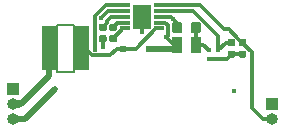
<source format=gbr>
G04 #@! TF.GenerationSoftware,KiCad,Pcbnew,(5.1.4)-1*
G04 #@! TF.CreationDate,2020-07-30T17:55:38-07:00*
G04 #@! TF.ProjectId,Kicad LED Rings,4b696361-6420-44c4-9544-2052696e6773,rev?*
G04 #@! TF.SameCoordinates,Original*
G04 #@! TF.FileFunction,Copper,L1,Top*
G04 #@! TF.FilePolarity,Positive*
%FSLAX46Y46*%
G04 Gerber Fmt 4.6, Leading zero omitted, Abs format (unit mm)*
G04 Created by KiCad (PCBNEW (5.1.4)-1) date 2020-07-30 17:55:38*
%MOMM*%
%LPD*%
G04 APERTURE LIST*
%ADD10C,0.152400*%
%ADD11R,1.193800X3.708400*%
%ADD12C,0.100000*%
%ADD13C,0.590000*%
%ADD14R,1.600200X2.006600*%
%ADD15R,0.812800X0.304800*%
%ADD16R,0.500000X0.500000*%
%ADD17R,1.000000X1.000000*%
%ADD18O,1.000000X1.000000*%
%ADD19C,0.875000*%
%ADD20R,0.930000X1.320000*%
%ADD21C,0.450000*%
%ADD22C,0.635000*%
%ADD23C,0.508000*%
%ADD24C,0.304800*%
G04 APERTURE END LIST*
D10*
X102379780Y-71828660D02*
X102379780Y-67840860D01*
X103878380Y-71828660D02*
X102379780Y-71828660D01*
X103878380Y-67840860D02*
X103878380Y-71828660D01*
X102379780Y-67840860D02*
X103878380Y-67840860D01*
D11*
X104526080Y-69834760D03*
X101732080Y-69834760D03*
D12*
G36*
X117374938Y-70025470D02*
G01*
X117389256Y-70027594D01*
X117403297Y-70031111D01*
X117416926Y-70035988D01*
X117430011Y-70042177D01*
X117442427Y-70049618D01*
X117454053Y-70058241D01*
X117464778Y-70067962D01*
X117474499Y-70078687D01*
X117483122Y-70090313D01*
X117490563Y-70102729D01*
X117496752Y-70115814D01*
X117501629Y-70129443D01*
X117505146Y-70143484D01*
X117507270Y-70157802D01*
X117507980Y-70172260D01*
X117507980Y-70467260D01*
X117507270Y-70481718D01*
X117505146Y-70496036D01*
X117501629Y-70510077D01*
X117496752Y-70523706D01*
X117490563Y-70536791D01*
X117483122Y-70549207D01*
X117474499Y-70560833D01*
X117464778Y-70571558D01*
X117454053Y-70581279D01*
X117442427Y-70589902D01*
X117430011Y-70597343D01*
X117416926Y-70603532D01*
X117403297Y-70608409D01*
X117389256Y-70611926D01*
X117374938Y-70614050D01*
X117360480Y-70614760D01*
X117015480Y-70614760D01*
X117001022Y-70614050D01*
X116986704Y-70611926D01*
X116972663Y-70608409D01*
X116959034Y-70603532D01*
X116945949Y-70597343D01*
X116933533Y-70589902D01*
X116921907Y-70581279D01*
X116911182Y-70571558D01*
X116901461Y-70560833D01*
X116892838Y-70549207D01*
X116885397Y-70536791D01*
X116879208Y-70523706D01*
X116874331Y-70510077D01*
X116870814Y-70496036D01*
X116868690Y-70481718D01*
X116867980Y-70467260D01*
X116867980Y-70172260D01*
X116868690Y-70157802D01*
X116870814Y-70143484D01*
X116874331Y-70129443D01*
X116879208Y-70115814D01*
X116885397Y-70102729D01*
X116892838Y-70090313D01*
X116901461Y-70078687D01*
X116911182Y-70067962D01*
X116921907Y-70058241D01*
X116933533Y-70049618D01*
X116945949Y-70042177D01*
X116959034Y-70035988D01*
X116972663Y-70031111D01*
X116986704Y-70027594D01*
X117001022Y-70025470D01*
X117015480Y-70024760D01*
X117360480Y-70024760D01*
X117374938Y-70025470D01*
X117374938Y-70025470D01*
G37*
D13*
X117187980Y-70319760D03*
D12*
G36*
X117374938Y-69055470D02*
G01*
X117389256Y-69057594D01*
X117403297Y-69061111D01*
X117416926Y-69065988D01*
X117430011Y-69072177D01*
X117442427Y-69079618D01*
X117454053Y-69088241D01*
X117464778Y-69097962D01*
X117474499Y-69108687D01*
X117483122Y-69120313D01*
X117490563Y-69132729D01*
X117496752Y-69145814D01*
X117501629Y-69159443D01*
X117505146Y-69173484D01*
X117507270Y-69187802D01*
X117507980Y-69202260D01*
X117507980Y-69497260D01*
X117507270Y-69511718D01*
X117505146Y-69526036D01*
X117501629Y-69540077D01*
X117496752Y-69553706D01*
X117490563Y-69566791D01*
X117483122Y-69579207D01*
X117474499Y-69590833D01*
X117464778Y-69601558D01*
X117454053Y-69611279D01*
X117442427Y-69619902D01*
X117430011Y-69627343D01*
X117416926Y-69633532D01*
X117403297Y-69638409D01*
X117389256Y-69641926D01*
X117374938Y-69644050D01*
X117360480Y-69644760D01*
X117015480Y-69644760D01*
X117001022Y-69644050D01*
X116986704Y-69641926D01*
X116972663Y-69638409D01*
X116959034Y-69633532D01*
X116945949Y-69627343D01*
X116933533Y-69619902D01*
X116921907Y-69611279D01*
X116911182Y-69601558D01*
X116901461Y-69590833D01*
X116892838Y-69579207D01*
X116885397Y-69566791D01*
X116879208Y-69553706D01*
X116874331Y-69540077D01*
X116870814Y-69526036D01*
X116868690Y-69511718D01*
X116867980Y-69497260D01*
X116867980Y-69202260D01*
X116868690Y-69187802D01*
X116870814Y-69173484D01*
X116874331Y-69159443D01*
X116879208Y-69145814D01*
X116885397Y-69132729D01*
X116892838Y-69120313D01*
X116901461Y-69108687D01*
X116911182Y-69097962D01*
X116921907Y-69088241D01*
X116933533Y-69079618D01*
X116945949Y-69072177D01*
X116959034Y-69065988D01*
X116972663Y-69061111D01*
X116986704Y-69057594D01*
X117001022Y-69055470D01*
X117015480Y-69054760D01*
X117360480Y-69054760D01*
X117374938Y-69055470D01*
X117374938Y-69055470D01*
G37*
D13*
X117187980Y-69349760D03*
D12*
G36*
X107341938Y-68732610D02*
G01*
X107356256Y-68734734D01*
X107370297Y-68738251D01*
X107383926Y-68743128D01*
X107397011Y-68749317D01*
X107409427Y-68756758D01*
X107421053Y-68765381D01*
X107431778Y-68775102D01*
X107441499Y-68785827D01*
X107450122Y-68797453D01*
X107457563Y-68809869D01*
X107463752Y-68822954D01*
X107468629Y-68836583D01*
X107472146Y-68850624D01*
X107474270Y-68864942D01*
X107474980Y-68879400D01*
X107474980Y-69174400D01*
X107474270Y-69188858D01*
X107472146Y-69203176D01*
X107468629Y-69217217D01*
X107463752Y-69230846D01*
X107457563Y-69243931D01*
X107450122Y-69256347D01*
X107441499Y-69267973D01*
X107431778Y-69278698D01*
X107421053Y-69288419D01*
X107409427Y-69297042D01*
X107397011Y-69304483D01*
X107383926Y-69310672D01*
X107370297Y-69315549D01*
X107356256Y-69319066D01*
X107341938Y-69321190D01*
X107327480Y-69321900D01*
X106982480Y-69321900D01*
X106968022Y-69321190D01*
X106953704Y-69319066D01*
X106939663Y-69315549D01*
X106926034Y-69310672D01*
X106912949Y-69304483D01*
X106900533Y-69297042D01*
X106888907Y-69288419D01*
X106878182Y-69278698D01*
X106868461Y-69267973D01*
X106859838Y-69256347D01*
X106852397Y-69243931D01*
X106846208Y-69230846D01*
X106841331Y-69217217D01*
X106837814Y-69203176D01*
X106835690Y-69188858D01*
X106834980Y-69174400D01*
X106834980Y-68879400D01*
X106835690Y-68864942D01*
X106837814Y-68850624D01*
X106841331Y-68836583D01*
X106846208Y-68822954D01*
X106852397Y-68809869D01*
X106859838Y-68797453D01*
X106868461Y-68785827D01*
X106878182Y-68775102D01*
X106888907Y-68765381D01*
X106900533Y-68756758D01*
X106912949Y-68749317D01*
X106926034Y-68743128D01*
X106939663Y-68738251D01*
X106953704Y-68734734D01*
X106968022Y-68732610D01*
X106982480Y-68731900D01*
X107327480Y-68731900D01*
X107341938Y-68732610D01*
X107341938Y-68732610D01*
G37*
D13*
X107154980Y-69026900D03*
D12*
G36*
X107341938Y-67762610D02*
G01*
X107356256Y-67764734D01*
X107370297Y-67768251D01*
X107383926Y-67773128D01*
X107397011Y-67779317D01*
X107409427Y-67786758D01*
X107421053Y-67795381D01*
X107431778Y-67805102D01*
X107441499Y-67815827D01*
X107450122Y-67827453D01*
X107457563Y-67839869D01*
X107463752Y-67852954D01*
X107468629Y-67866583D01*
X107472146Y-67880624D01*
X107474270Y-67894942D01*
X107474980Y-67909400D01*
X107474980Y-68204400D01*
X107474270Y-68218858D01*
X107472146Y-68233176D01*
X107468629Y-68247217D01*
X107463752Y-68260846D01*
X107457563Y-68273931D01*
X107450122Y-68286347D01*
X107441499Y-68297973D01*
X107431778Y-68308698D01*
X107421053Y-68318419D01*
X107409427Y-68327042D01*
X107397011Y-68334483D01*
X107383926Y-68340672D01*
X107370297Y-68345549D01*
X107356256Y-68349066D01*
X107341938Y-68351190D01*
X107327480Y-68351900D01*
X106982480Y-68351900D01*
X106968022Y-68351190D01*
X106953704Y-68349066D01*
X106939663Y-68345549D01*
X106926034Y-68340672D01*
X106912949Y-68334483D01*
X106900533Y-68327042D01*
X106888907Y-68318419D01*
X106878182Y-68308698D01*
X106868461Y-68297973D01*
X106859838Y-68286347D01*
X106852397Y-68273931D01*
X106846208Y-68260846D01*
X106841331Y-68247217D01*
X106837814Y-68233176D01*
X106835690Y-68218858D01*
X106834980Y-68204400D01*
X106834980Y-67909400D01*
X106835690Y-67894942D01*
X106837814Y-67880624D01*
X106841331Y-67866583D01*
X106846208Y-67852954D01*
X106852397Y-67839869D01*
X106859838Y-67827453D01*
X106868461Y-67815827D01*
X106878182Y-67805102D01*
X106888907Y-67795381D01*
X106900533Y-67786758D01*
X106912949Y-67779317D01*
X106926034Y-67773128D01*
X106939663Y-67768251D01*
X106953704Y-67764734D01*
X106968022Y-67762610D01*
X106982480Y-67761900D01*
X107327480Y-67761900D01*
X107341938Y-67762610D01*
X107341938Y-67762610D01*
G37*
D13*
X107154980Y-68056900D03*
D12*
G36*
X106473258Y-68732610D02*
G01*
X106487576Y-68734734D01*
X106501617Y-68738251D01*
X106515246Y-68743128D01*
X106528331Y-68749317D01*
X106540747Y-68756758D01*
X106552373Y-68765381D01*
X106563098Y-68775102D01*
X106572819Y-68785827D01*
X106581442Y-68797453D01*
X106588883Y-68809869D01*
X106595072Y-68822954D01*
X106599949Y-68836583D01*
X106603466Y-68850624D01*
X106605590Y-68864942D01*
X106606300Y-68879400D01*
X106606300Y-69174400D01*
X106605590Y-69188858D01*
X106603466Y-69203176D01*
X106599949Y-69217217D01*
X106595072Y-69230846D01*
X106588883Y-69243931D01*
X106581442Y-69256347D01*
X106572819Y-69267973D01*
X106563098Y-69278698D01*
X106552373Y-69288419D01*
X106540747Y-69297042D01*
X106528331Y-69304483D01*
X106515246Y-69310672D01*
X106501617Y-69315549D01*
X106487576Y-69319066D01*
X106473258Y-69321190D01*
X106458800Y-69321900D01*
X106113800Y-69321900D01*
X106099342Y-69321190D01*
X106085024Y-69319066D01*
X106070983Y-69315549D01*
X106057354Y-69310672D01*
X106044269Y-69304483D01*
X106031853Y-69297042D01*
X106020227Y-69288419D01*
X106009502Y-69278698D01*
X105999781Y-69267973D01*
X105991158Y-69256347D01*
X105983717Y-69243931D01*
X105977528Y-69230846D01*
X105972651Y-69217217D01*
X105969134Y-69203176D01*
X105967010Y-69188858D01*
X105966300Y-69174400D01*
X105966300Y-68879400D01*
X105967010Y-68864942D01*
X105969134Y-68850624D01*
X105972651Y-68836583D01*
X105977528Y-68822954D01*
X105983717Y-68809869D01*
X105991158Y-68797453D01*
X105999781Y-68785827D01*
X106009502Y-68775102D01*
X106020227Y-68765381D01*
X106031853Y-68756758D01*
X106044269Y-68749317D01*
X106057354Y-68743128D01*
X106070983Y-68738251D01*
X106085024Y-68734734D01*
X106099342Y-68732610D01*
X106113800Y-68731900D01*
X106458800Y-68731900D01*
X106473258Y-68732610D01*
X106473258Y-68732610D01*
G37*
D13*
X106286300Y-69026900D03*
D12*
G36*
X106473258Y-67762610D02*
G01*
X106487576Y-67764734D01*
X106501617Y-67768251D01*
X106515246Y-67773128D01*
X106528331Y-67779317D01*
X106540747Y-67786758D01*
X106552373Y-67795381D01*
X106563098Y-67805102D01*
X106572819Y-67815827D01*
X106581442Y-67827453D01*
X106588883Y-67839869D01*
X106595072Y-67852954D01*
X106599949Y-67866583D01*
X106603466Y-67880624D01*
X106605590Y-67894942D01*
X106606300Y-67909400D01*
X106606300Y-68204400D01*
X106605590Y-68218858D01*
X106603466Y-68233176D01*
X106599949Y-68247217D01*
X106595072Y-68260846D01*
X106588883Y-68273931D01*
X106581442Y-68286347D01*
X106572819Y-68297973D01*
X106563098Y-68308698D01*
X106552373Y-68318419D01*
X106540747Y-68327042D01*
X106528331Y-68334483D01*
X106515246Y-68340672D01*
X106501617Y-68345549D01*
X106487576Y-68349066D01*
X106473258Y-68351190D01*
X106458800Y-68351900D01*
X106113800Y-68351900D01*
X106099342Y-68351190D01*
X106085024Y-68349066D01*
X106070983Y-68345549D01*
X106057354Y-68340672D01*
X106044269Y-68334483D01*
X106031853Y-68327042D01*
X106020227Y-68318419D01*
X106009502Y-68308698D01*
X105999781Y-68297973D01*
X105991158Y-68286347D01*
X105983717Y-68273931D01*
X105977528Y-68260846D01*
X105972651Y-68247217D01*
X105969134Y-68233176D01*
X105967010Y-68218858D01*
X105966300Y-68204400D01*
X105966300Y-67909400D01*
X105967010Y-67894942D01*
X105969134Y-67880624D01*
X105972651Y-67866583D01*
X105977528Y-67852954D01*
X105983717Y-67839869D01*
X105991158Y-67827453D01*
X105999781Y-67815827D01*
X106009502Y-67805102D01*
X106020227Y-67795381D01*
X106031853Y-67786758D01*
X106044269Y-67779317D01*
X106057354Y-67773128D01*
X106070983Y-67768251D01*
X106085024Y-67764734D01*
X106099342Y-67762610D01*
X106113800Y-67761900D01*
X106458800Y-67761900D01*
X106473258Y-67762610D01*
X106473258Y-67762610D01*
G37*
D13*
X106286300Y-68056900D03*
D14*
X109626400Y-67152520D03*
D15*
X111074200Y-66152519D03*
X111074200Y-66652521D03*
X111074200Y-67152520D03*
X111074200Y-67652519D03*
X111074200Y-68152521D03*
X108178600Y-68152521D03*
X108178600Y-67652519D03*
X108178600Y-67152520D03*
X108178600Y-66652521D03*
X108178600Y-66152519D03*
D16*
X108033640Y-69857620D03*
X110233640Y-69857620D03*
D12*
G36*
X118299498Y-69055470D02*
G01*
X118313816Y-69057594D01*
X118327857Y-69061111D01*
X118341486Y-69065988D01*
X118354571Y-69072177D01*
X118366987Y-69079618D01*
X118378613Y-69088241D01*
X118389338Y-69097962D01*
X118399059Y-69108687D01*
X118407682Y-69120313D01*
X118415123Y-69132729D01*
X118421312Y-69145814D01*
X118426189Y-69159443D01*
X118429706Y-69173484D01*
X118431830Y-69187802D01*
X118432540Y-69202260D01*
X118432540Y-69497260D01*
X118431830Y-69511718D01*
X118429706Y-69526036D01*
X118426189Y-69540077D01*
X118421312Y-69553706D01*
X118415123Y-69566791D01*
X118407682Y-69579207D01*
X118399059Y-69590833D01*
X118389338Y-69601558D01*
X118378613Y-69611279D01*
X118366987Y-69619902D01*
X118354571Y-69627343D01*
X118341486Y-69633532D01*
X118327857Y-69638409D01*
X118313816Y-69641926D01*
X118299498Y-69644050D01*
X118285040Y-69644760D01*
X117940040Y-69644760D01*
X117925582Y-69644050D01*
X117911264Y-69641926D01*
X117897223Y-69638409D01*
X117883594Y-69633532D01*
X117870509Y-69627343D01*
X117858093Y-69619902D01*
X117846467Y-69611279D01*
X117835742Y-69601558D01*
X117826021Y-69590833D01*
X117817398Y-69579207D01*
X117809957Y-69566791D01*
X117803768Y-69553706D01*
X117798891Y-69540077D01*
X117795374Y-69526036D01*
X117793250Y-69511718D01*
X117792540Y-69497260D01*
X117792540Y-69202260D01*
X117793250Y-69187802D01*
X117795374Y-69173484D01*
X117798891Y-69159443D01*
X117803768Y-69145814D01*
X117809957Y-69132729D01*
X117817398Y-69120313D01*
X117826021Y-69108687D01*
X117835742Y-69097962D01*
X117846467Y-69088241D01*
X117858093Y-69079618D01*
X117870509Y-69072177D01*
X117883594Y-69065988D01*
X117897223Y-69061111D01*
X117911264Y-69057594D01*
X117925582Y-69055470D01*
X117940040Y-69054760D01*
X118285040Y-69054760D01*
X118299498Y-69055470D01*
X118299498Y-69055470D01*
G37*
D13*
X118112540Y-69349760D03*
D12*
G36*
X118299498Y-70025470D02*
G01*
X118313816Y-70027594D01*
X118327857Y-70031111D01*
X118341486Y-70035988D01*
X118354571Y-70042177D01*
X118366987Y-70049618D01*
X118378613Y-70058241D01*
X118389338Y-70067962D01*
X118399059Y-70078687D01*
X118407682Y-70090313D01*
X118415123Y-70102729D01*
X118421312Y-70115814D01*
X118426189Y-70129443D01*
X118429706Y-70143484D01*
X118431830Y-70157802D01*
X118432540Y-70172260D01*
X118432540Y-70467260D01*
X118431830Y-70481718D01*
X118429706Y-70496036D01*
X118426189Y-70510077D01*
X118421312Y-70523706D01*
X118415123Y-70536791D01*
X118407682Y-70549207D01*
X118399059Y-70560833D01*
X118389338Y-70571558D01*
X118378613Y-70581279D01*
X118366987Y-70589902D01*
X118354571Y-70597343D01*
X118341486Y-70603532D01*
X118327857Y-70608409D01*
X118313816Y-70611926D01*
X118299498Y-70614050D01*
X118285040Y-70614760D01*
X117940040Y-70614760D01*
X117925582Y-70614050D01*
X117911264Y-70611926D01*
X117897223Y-70608409D01*
X117883594Y-70603532D01*
X117870509Y-70597343D01*
X117858093Y-70589902D01*
X117846467Y-70581279D01*
X117835742Y-70571558D01*
X117826021Y-70560833D01*
X117817398Y-70549207D01*
X117809957Y-70536791D01*
X117803768Y-70523706D01*
X117798891Y-70510077D01*
X117795374Y-70496036D01*
X117793250Y-70481718D01*
X117792540Y-70467260D01*
X117792540Y-70172260D01*
X117793250Y-70157802D01*
X117795374Y-70143484D01*
X117798891Y-70129443D01*
X117803768Y-70115814D01*
X117809957Y-70102729D01*
X117817398Y-70090313D01*
X117826021Y-70078687D01*
X117835742Y-70067962D01*
X117846467Y-70058241D01*
X117858093Y-70049618D01*
X117870509Y-70042177D01*
X117883594Y-70035988D01*
X117897223Y-70031111D01*
X117911264Y-70027594D01*
X117925582Y-70025470D01*
X117940040Y-70024760D01*
X118285040Y-70024760D01*
X118299498Y-70025470D01*
X118299498Y-70025470D01*
G37*
D13*
X118112540Y-70319760D03*
D17*
X98659680Y-73283900D03*
D18*
X98659680Y-74553900D03*
X98659680Y-75823900D03*
D17*
X120591580Y-74553420D03*
D18*
X120591580Y-75823420D03*
D12*
G36*
X114410851Y-67603133D02*
G01*
X114432086Y-67606283D01*
X114452910Y-67611499D01*
X114473122Y-67618731D01*
X114492528Y-67627910D01*
X114510941Y-67638946D01*
X114528184Y-67651734D01*
X114544090Y-67666150D01*
X114558506Y-67682056D01*
X114571294Y-67699299D01*
X114582330Y-67717712D01*
X114591509Y-67737118D01*
X114598741Y-67757330D01*
X114603957Y-67778154D01*
X114607107Y-67799389D01*
X114608160Y-67820830D01*
X114608160Y-68333330D01*
X114607107Y-68354771D01*
X114603957Y-68376006D01*
X114598741Y-68396830D01*
X114591509Y-68417042D01*
X114582330Y-68436448D01*
X114571294Y-68454861D01*
X114558506Y-68472104D01*
X114544090Y-68488010D01*
X114528184Y-68502426D01*
X114510941Y-68515214D01*
X114492528Y-68526250D01*
X114473122Y-68535429D01*
X114452910Y-68542661D01*
X114432086Y-68547877D01*
X114410851Y-68551027D01*
X114389410Y-68552080D01*
X113951910Y-68552080D01*
X113930469Y-68551027D01*
X113909234Y-68547877D01*
X113888410Y-68542661D01*
X113868198Y-68535429D01*
X113848792Y-68526250D01*
X113830379Y-68515214D01*
X113813136Y-68502426D01*
X113797230Y-68488010D01*
X113782814Y-68472104D01*
X113770026Y-68454861D01*
X113758990Y-68436448D01*
X113749811Y-68417042D01*
X113742579Y-68396830D01*
X113737363Y-68376006D01*
X113734213Y-68354771D01*
X113733160Y-68333330D01*
X113733160Y-67820830D01*
X113734213Y-67799389D01*
X113737363Y-67778154D01*
X113742579Y-67757330D01*
X113749811Y-67737118D01*
X113758990Y-67717712D01*
X113770026Y-67699299D01*
X113782814Y-67682056D01*
X113797230Y-67666150D01*
X113813136Y-67651734D01*
X113830379Y-67638946D01*
X113848792Y-67627910D01*
X113868198Y-67618731D01*
X113888410Y-67611499D01*
X113909234Y-67606283D01*
X113930469Y-67603133D01*
X113951910Y-67602080D01*
X114389410Y-67602080D01*
X114410851Y-67603133D01*
X114410851Y-67603133D01*
G37*
D19*
X114170660Y-68077080D03*
D12*
G36*
X112835851Y-67603133D02*
G01*
X112857086Y-67606283D01*
X112877910Y-67611499D01*
X112898122Y-67618731D01*
X112917528Y-67627910D01*
X112935941Y-67638946D01*
X112953184Y-67651734D01*
X112969090Y-67666150D01*
X112983506Y-67682056D01*
X112996294Y-67699299D01*
X113007330Y-67717712D01*
X113016509Y-67737118D01*
X113023741Y-67757330D01*
X113028957Y-67778154D01*
X113032107Y-67799389D01*
X113033160Y-67820830D01*
X113033160Y-68333330D01*
X113032107Y-68354771D01*
X113028957Y-68376006D01*
X113023741Y-68396830D01*
X113016509Y-68417042D01*
X113007330Y-68436448D01*
X112996294Y-68454861D01*
X112983506Y-68472104D01*
X112969090Y-68488010D01*
X112953184Y-68502426D01*
X112935941Y-68515214D01*
X112917528Y-68526250D01*
X112898122Y-68535429D01*
X112877910Y-68542661D01*
X112857086Y-68547877D01*
X112835851Y-68551027D01*
X112814410Y-68552080D01*
X112376910Y-68552080D01*
X112355469Y-68551027D01*
X112334234Y-68547877D01*
X112313410Y-68542661D01*
X112293198Y-68535429D01*
X112273792Y-68526250D01*
X112255379Y-68515214D01*
X112238136Y-68502426D01*
X112222230Y-68488010D01*
X112207814Y-68472104D01*
X112195026Y-68454861D01*
X112183990Y-68436448D01*
X112174811Y-68417042D01*
X112167579Y-68396830D01*
X112162363Y-68376006D01*
X112159213Y-68354771D01*
X112158160Y-68333330D01*
X112158160Y-67820830D01*
X112159213Y-67799389D01*
X112162363Y-67778154D01*
X112167579Y-67757330D01*
X112174811Y-67737118D01*
X112183990Y-67717712D01*
X112195026Y-67699299D01*
X112207814Y-67682056D01*
X112222230Y-67666150D01*
X112238136Y-67651734D01*
X112255379Y-67638946D01*
X112273792Y-67627910D01*
X112293198Y-67618731D01*
X112313410Y-67611499D01*
X112334234Y-67606283D01*
X112355469Y-67603133D01*
X112376910Y-67602080D01*
X112814410Y-67602080D01*
X112835851Y-67603133D01*
X112835851Y-67603133D01*
G37*
D19*
X112595660Y-68077080D03*
D20*
X114208140Y-69519800D03*
X112568140Y-69519800D03*
D21*
X112207040Y-67330320D03*
X109595920Y-68486020D03*
X115247420Y-69999860D03*
X106281220Y-69707760D03*
X106166920Y-67249040D03*
X117436900Y-73416160D03*
X105587800Y-69941440D03*
X111660940Y-68894960D03*
X116060220Y-69982080D03*
X107542400Y-67669480D03*
X102201980Y-73312020D03*
X115260120Y-70721220D03*
D22*
X98659680Y-74553900D02*
X99144062Y-74553900D01*
D23*
X101732080Y-72196960D02*
X101732080Y-69834760D01*
X99375140Y-74553900D02*
X101732080Y-72196960D01*
X98659680Y-74553900D02*
X99375140Y-74553900D01*
D24*
X111074200Y-67152520D02*
X112029240Y-67152520D01*
X112029240Y-67152520D02*
X112207040Y-67330320D01*
X112595660Y-67718940D02*
X112207040Y-67330320D01*
X112595660Y-68077080D02*
X112595660Y-67718940D01*
X109626400Y-67152520D02*
X109626400Y-68455540D01*
X109626400Y-68455540D02*
X109595920Y-68486020D01*
X114208140Y-69519800D02*
X114767360Y-69519800D01*
X114767360Y-69519800D02*
X115247420Y-69999860D01*
X114170660Y-69482320D02*
X114208140Y-69519800D01*
X114170660Y-68077080D02*
X114170660Y-69482320D01*
X106286300Y-69026900D02*
X106286300Y-69702680D01*
X106286300Y-69702680D02*
X106281220Y-69707760D01*
X108178600Y-66652521D02*
X106763439Y-66652521D01*
X106763439Y-66652521D02*
X106166920Y-67249040D01*
X108178600Y-66152519D02*
X108432600Y-66152519D01*
X105587800Y-67119238D02*
X105587800Y-69941440D01*
X108178600Y-66152519D02*
X106554519Y-66152519D01*
X106554519Y-66152519D02*
X105587800Y-67119238D01*
D23*
X112230320Y-69857620D02*
X112568140Y-69519800D01*
X110233640Y-69857620D02*
X112230320Y-69857620D01*
D24*
X112568140Y-69324800D02*
X112568140Y-69519800D01*
X111798340Y-67860659D02*
X111798340Y-68555000D01*
X111590200Y-67652519D02*
X111798340Y-67860659D01*
X111074200Y-67652519D02*
X111590200Y-67652519D01*
X111798340Y-68555000D02*
X111798340Y-68757560D01*
X111798340Y-68757560D02*
X111660940Y-68894960D01*
X112285780Y-69519800D02*
X111660940Y-68894960D01*
X112568140Y-69519800D02*
X112285780Y-69519800D01*
X108588440Y-69857620D02*
X108033640Y-69857620D01*
X109115101Y-69857620D02*
X108588440Y-69857620D01*
X110820200Y-68152521D02*
X109115101Y-69857620D01*
X111074200Y-68152521D02*
X110820200Y-68152521D01*
X107954900Y-69936360D02*
X108033640Y-69857620D01*
X104548940Y-69857620D02*
X104526080Y-69834760D01*
X107478840Y-69857620D02*
X108033640Y-69857620D01*
X106916019Y-70420441D02*
X107478840Y-69857620D01*
X105357879Y-70420441D02*
X106916019Y-70420441D01*
X104772198Y-69834760D02*
X105357879Y-70420441D01*
X104526080Y-69834760D02*
X104772198Y-69834760D01*
X111074200Y-66652521D02*
X111465741Y-66652521D01*
X117187980Y-69349760D02*
X116692540Y-69349760D01*
X116692540Y-69349760D02*
X116060220Y-69982080D01*
X116060220Y-69663882D02*
X116060220Y-69982080D01*
X116060220Y-68823054D02*
X116060220Y-69663882D01*
X113889687Y-66652521D02*
X116060220Y-68823054D01*
X111074200Y-66652521D02*
X113889687Y-66652521D01*
X108178600Y-68152521D02*
X107955699Y-68152521D01*
X108178600Y-68152521D02*
X107953159Y-68152521D01*
X108029359Y-68152521D02*
X107154980Y-69026900D01*
X108178600Y-68152521D02*
X108029359Y-68152521D01*
X106620468Y-67722732D02*
X106286300Y-68056900D01*
X106620468Y-67504414D02*
X106620468Y-67722732D01*
X106972362Y-67152520D02*
X106620468Y-67504414D01*
X108178600Y-67152520D02*
X106972362Y-67152520D01*
X119884474Y-75823420D02*
X120591580Y-75823420D01*
X118940580Y-74879526D02*
X119884474Y-75823420D01*
X118940580Y-70177800D02*
X118940580Y-74879526D01*
X118112540Y-69349760D02*
X118940580Y-70177800D01*
X117778372Y-69015592D02*
X118112540Y-69349760D01*
X116989720Y-68226940D02*
X117778372Y-69015592D01*
X116573300Y-68226940D02*
X116989720Y-68226940D01*
X111074200Y-66152519D02*
X114498879Y-66152519D01*
X114498879Y-66152519D02*
X116573300Y-68226940D01*
X107559361Y-67652519D02*
X107542400Y-67669480D01*
X108178600Y-67652519D02*
X107559361Y-67652519D01*
X107542400Y-67669480D02*
X107154980Y-68056900D01*
D23*
X99690100Y-75823900D02*
X102201980Y-73312020D01*
X98659680Y-75823900D02*
X99690100Y-75823900D01*
D24*
X116786520Y-70721220D02*
X117187980Y-70319760D01*
X115260120Y-70721220D02*
X116786520Y-70721220D01*
X117187980Y-70319760D02*
X118112540Y-70319760D01*
M02*

</source>
